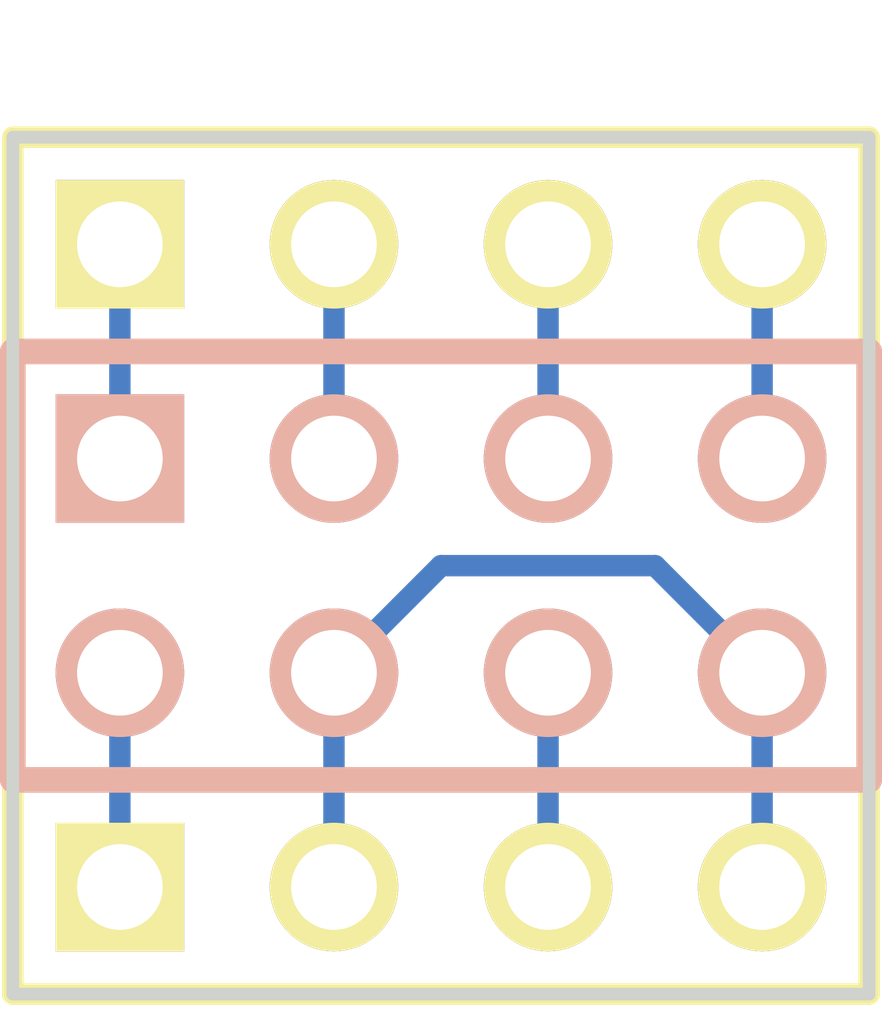
<source format=kicad_pcb>
(kicad_pcb (version 3) (host pcbnew "(2013-07-07 BZR 4022)-stable")

  (general
    (links 0)
    (no_connects 0)
    (area 174.853599 124.8664 185.826401 139.2936)
    (thickness 1.6)
    (drawings 4)
    (tracks 11)
    (zones 0)
    (modules 3)
    (nets 1)
  )

  (page A3)
  (layers
    (15 F.Cu signal)
    (0 B.Cu signal)
    (16 B.Adhes user)
    (17 F.Adhes user)
    (18 B.Paste user)
    (19 F.Paste user)
    (20 B.SilkS user)
    (21 F.SilkS user)
    (22 B.Mask user)
    (23 F.Mask user)
    (24 Dwgs.User user)
    (25 Cmts.User user)
    (26 Eco1.User user)
    (27 Eco2.User user)
    (28 Edge.Cuts user)
  )

  (setup
    (last_trace_width 0.254)
    (trace_clearance 0.254)
    (zone_clearance 0.508)
    (zone_45_only no)
    (trace_min 0.254)
    (segment_width 0.2)
    (edge_width 0.15)
    (via_size 0.889)
    (via_drill 0.635)
    (via_min_size 0.889)
    (via_min_drill 0.508)
    (uvia_size 0.508)
    (uvia_drill 0.127)
    (uvias_allowed no)
    (uvia_min_size 0.508)
    (uvia_min_drill 0.127)
    (pcb_text_width 0.3)
    (pcb_text_size 1.5 1.5)
    (mod_edge_width 0.15)
    (mod_text_size 1.5 1.5)
    (mod_text_width 0.15)
    (pad_size 1.524 1.524)
    (pad_drill 0.762)
    (pad_to_mask_clearance 0.2)
    (aux_axis_origin 0 0)
    (visible_elements FFFFFFBF)
    (pcbplotparams
      (layerselection 284196865)
      (usegerberextensions true)
      (excludeedgelayer true)
      (linewidth 0.100000)
      (plotframeref false)
      (viasonmask false)
      (mode 1)
      (useauxorigin false)
      (hpglpennumber 1)
      (hpglpenspeed 20)
      (hpglpendiameter 15)
      (hpglpenoverlay 2)
      (psnegative false)
      (psa4output false)
      (plotreference true)
      (plotvalue true)
      (plotothertext true)
      (plotinvisibletext false)
      (padsonsilk false)
      (subtractmaskfromsilk false)
      (outputformat 1)
      (mirror false)
      (drillshape 0)
      (scaleselection 1)
      (outputdirectory S:/Users/TyDesktop/Desktop/esp_breakout/))
  )

  (net 0 "")

  (net_class Default "This is the default net class."
    (clearance 0.254)
    (trace_width 0.254)
    (via_dia 0.889)
    (via_drill 0.635)
    (uvia_dia 0.508)
    (uvia_drill 0.127)
    (add_net "")
  )

  (module pin_array_4x2 (layer B.Cu) (tedit 5490F7D0) (tstamp 549111B5)
    (at 180.34 132.08)
    (descr "Double rangee de contacts 2 x 4 pins")
    (tags CONN)
    (fp_text reference "" (at 0 0) (layer B.SilkS)
      (effects (font (size 1.016 1.016) (thickness 0.2032)) (justify mirror))
    )
    (fp_text value Val** (at 0 -3.81) (layer B.SilkS) hide
      (effects (font (size 1.016 1.016) (thickness 0.2032)) (justify mirror))
    )
    (fp_line (start -5.08 2.54) (end 5.08 2.54) (layer B.SilkS) (width 0.3048))
    (fp_line (start 5.08 2.54) (end 5.08 -2.54) (layer B.SilkS) (width 0.3048))
    (fp_line (start 5.08 -2.54) (end -5.08 -2.54) (layer B.SilkS) (width 0.3048))
    (fp_line (start -5.08 -2.54) (end -5.08 2.54) (layer B.SilkS) (width 0.3048))
    (pad 1 thru_hole rect (at -3.81 -1.27) (size 1.524 1.524) (drill 1.016)
      (layers *.Cu *.Mask B.SilkS)
    )
    (pad 2 thru_hole circle (at -3.81 1.27) (size 1.524 1.524) (drill 1.016)
      (layers *.Cu *.Mask B.SilkS)
    )
    (pad 3 thru_hole circle (at -1.27 -1.27) (size 1.524 1.524) (drill 1.016)
      (layers *.Cu *.Mask B.SilkS)
    )
    (pad 4 thru_hole circle (at -1.27 1.27) (size 1.524 1.524) (drill 1.016)
      (layers *.Cu *.Mask B.SilkS)
    )
    (pad 5 thru_hole circle (at 1.27 -1.27) (size 1.524 1.524) (drill 1.016)
      (layers *.Cu *.Mask B.SilkS)
    )
    (pad 6 thru_hole circle (at 1.27 1.27) (size 1.524 1.524) (drill 1.016)
      (layers *.Cu *.Mask B.SilkS)
    )
    (pad 7 thru_hole circle (at 3.81 -1.27) (size 1.524 1.524) (drill 1.016)
      (layers *.Cu *.Mask B.SilkS)
    )
    (pad 8 thru_hole circle (at 3.81 1.27) (size 1.524 1.524) (drill 1.016)
      (layers *.Cu *.Mask B.SilkS)
    )
    (model pin_array/pins_array_4x2.wrl
      (at (xyz 0 0 0))
      (scale (xyz 1 1 1))
      (rotate (xyz 0 0 0))
    )
  )

  (module PIN_ARRAY_4x1 (layer F.Cu) (tedit 5490F7DB) (tstamp 54911364)
    (at 180.34 128.27)
    (descr "Double rangee de contacts 2 x 5 pins")
    (tags CONN)
    (fp_text reference "" (at 0 -2.54) (layer F.SilkS)
      (effects (font (size 1.016 1.016) (thickness 0.2032)))
    )
    (fp_text value Val** (at 0 2.54) (layer F.SilkS) hide
      (effects (font (size 1.016 1.016) (thickness 0.2032)))
    )
    (fp_line (start 5.08 1.27) (end -5.08 1.27) (layer F.SilkS) (width 0.254))
    (fp_line (start 5.08 -1.27) (end -5.08 -1.27) (layer F.SilkS) (width 0.254))
    (fp_line (start -5.08 -1.27) (end -5.08 1.27) (layer F.SilkS) (width 0.254))
    (fp_line (start 5.08 1.27) (end 5.08 -1.27) (layer F.SilkS) (width 0.254))
    (pad 1 thru_hole rect (at -3.81 0) (size 1.524 1.524) (drill 1.016)
      (layers *.Cu *.Mask F.SilkS)
    )
    (pad 2 thru_hole circle (at -1.27 0) (size 1.524 1.524) (drill 1.016)
      (layers *.Cu *.Mask F.SilkS)
    )
    (pad 3 thru_hole circle (at 1.27 0) (size 1.524 1.524) (drill 1.016)
      (layers *.Cu *.Mask F.SilkS)
    )
    (pad 4 thru_hole circle (at 3.81 0) (size 1.524 1.524) (drill 1.016)
      (layers *.Cu *.Mask F.SilkS)
    )
    (model pin_array\pins_array_4x1.wrl
      (at (xyz 0 0 0))
      (scale (xyz 1 1 1))
      (rotate (xyz 0 0 0))
    )
  )

  (module PIN_ARRAY_4x1 (layer F.Cu) (tedit 5490F7D6) (tstamp 5491137B)
    (at 180.34 135.89)
    (descr "Double rangee de contacts 2 x 5 pins")
    (tags CONN)
    (fp_text reference "" (at 0 1.27) (layer F.SilkS)
      (effects (font (size 1.016 1.016) (thickness 0.2032)))
    )
    (fp_text value Val** (at 0 2.54) (layer F.SilkS) hide
      (effects (font (size 1.016 1.016) (thickness 0.2032)))
    )
    (fp_line (start 5.08 1.27) (end -5.08 1.27) (layer F.SilkS) (width 0.254))
    (fp_line (start 5.08 -1.27) (end -5.08 -1.27) (layer F.SilkS) (width 0.254))
    (fp_line (start -5.08 -1.27) (end -5.08 1.27) (layer F.SilkS) (width 0.254))
    (fp_line (start 5.08 1.27) (end 5.08 -1.27) (layer F.SilkS) (width 0.254))
    (pad 1 thru_hole rect (at -3.81 0) (size 1.524 1.524) (drill 1.016)
      (layers *.Cu *.Mask F.SilkS)
    )
    (pad 2 thru_hole circle (at -1.27 0) (size 1.524 1.524) (drill 1.016)
      (layers *.Cu *.Mask F.SilkS)
    )
    (pad 3 thru_hole circle (at 1.27 0) (size 1.524 1.524) (drill 1.016)
      (layers *.Cu *.Mask F.SilkS)
    )
    (pad 4 thru_hole circle (at 3.81 0) (size 1.524 1.524) (drill 1.016)
      (layers *.Cu *.Mask F.SilkS)
    )
    (model pin_array\pins_array_4x1.wrl
      (at (xyz 0 0 0))
      (scale (xyz 1 1 1))
      (rotate (xyz 0 0 0))
    )
  )

  (gr_line (start 185.42 127) (end 175.26 127) (angle 90) (layer Edge.Cuts) (width 0.15))
  (gr_line (start 185.42 137.16) (end 185.42 127) (angle 90) (layer Edge.Cuts) (width 0.15))
  (gr_line (start 175.26 137.16) (end 185.42 137.16) (angle 90) (layer Edge.Cuts) (width 0.15))
  (gr_line (start 175.26 127) (end 175.26 137.16) (angle 90) (layer Edge.Cuts) (width 0.15))

  (segment (start 179.07 133.35) (end 180.34 132.08) (width 0.254) (layer B.Cu) (net 0))
  (segment (start 182.88 132.08) (end 184.15 133.35) (width 0.254) (layer B.Cu) (net 0) (tstamp 549113FA))
  (segment (start 180.34 132.08) (end 182.88 132.08) (width 0.254) (layer B.Cu) (net 0) (tstamp 549113F9))
  (segment (start 184.15 133.35) (end 184.15 135.89) (width 0.254) (layer B.Cu) (net 0))
  (segment (start 181.61 133.35) (end 181.61 135.89) (width 0.254) (layer B.Cu) (net 0))
  (segment (start 179.07 133.35) (end 179.07 135.89) (width 0.254) (layer B.Cu) (net 0))
  (segment (start 176.53 133.35) (end 176.53 135.89) (width 0.254) (layer B.Cu) (net 0))
  (segment (start 184.15 130.81) (end 184.15 128.27) (width 0.254) (layer B.Cu) (net 0))
  (segment (start 181.61 130.81) (end 181.61 128.27) (width 0.254) (layer B.Cu) (net 0))
  (segment (start 179.07 130.81) (end 179.07 128.27) (width 0.254) (layer B.Cu) (net 0))
  (segment (start 176.53 130.81) (end 176.53 128.27) (width 0.254) (layer B.Cu) (net 0))

)

</source>
